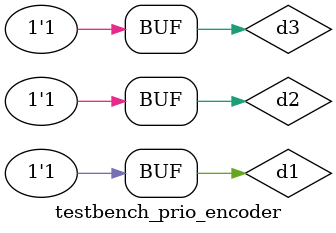
<source format=v>
module prio_encoder (y, x, d3, d2, d1);
input d3, d2, d1;
output y, x;
wire w0, w1;

not n1(w1, d2);
and a1(w0, w1, d1);
or o1(y, d3, w0);
or o2(x, d2, d3);

endmodule

module testbench_prio_encoder;
reg d3, d2, d1;
wire y, x;
prio_encoder f(y, x, d3, d2, d1);

initial 

begin
d3 = 1'b0; d2 = 1'b0; d1 = 1'b0;
#10; d3 = 1'b0; d2 = 1'b0; d1 = 1'b1;
#10; d3 = 1'b0; d2 = 1'b1; d1 = 1'b1;
#10; d3 = 1'b1; d2 = 1'b1; d1 = 1'b1;
end

endmodule
</source>
